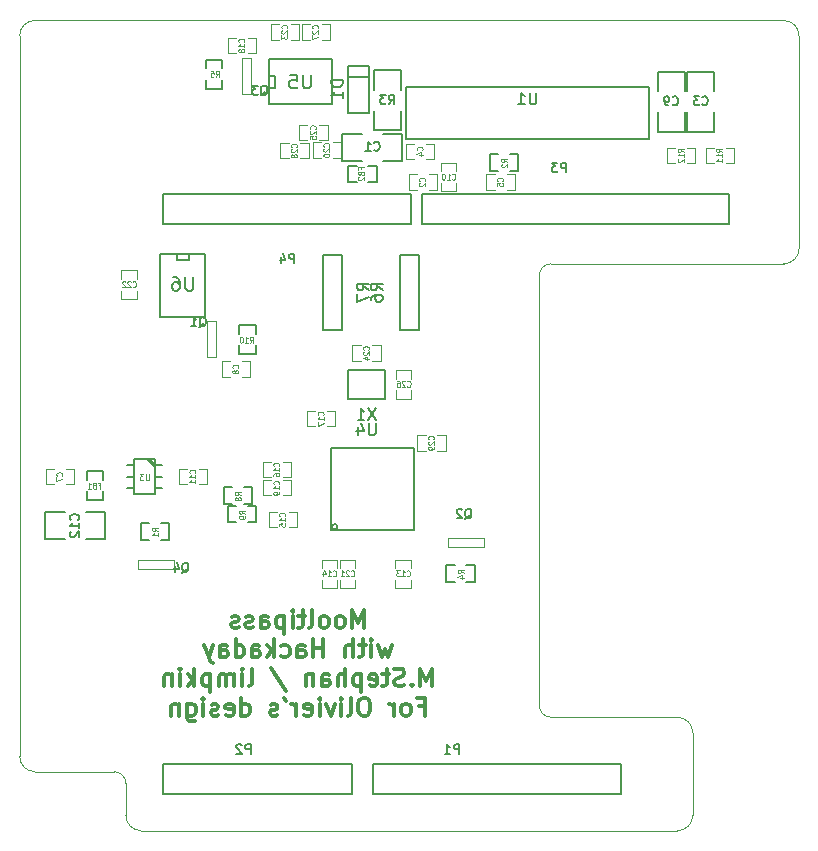
<source format=gbo>
G04 (created by PCBNEW (2013-07-07 BZR 4022)-stable) date 20/03/2014 14:12:02*
%MOIN*%
G04 Gerber Fmt 3.4, Leading zero omitted, Abs format*
%FSLAX34Y34*%
G01*
G70*
G90*
G04 APERTURE LIST*
%ADD10C,0.00590551*%
%ADD11C,0.0147638*%
%ADD12C,0.000393701*%
%ADD13C,0.0047*%
%ADD14C,0.005*%
%ADD15C,0.0045*%
%ADD16C,0.0039*%
%ADD17C,0.0051*%
%ADD18C,0.006*%
G04 APERTURE END LIST*
G54D10*
G54D11*
X53664Y-47325D02*
X53664Y-46735D01*
X53467Y-47156D01*
X53270Y-46735D01*
X53270Y-47325D01*
X52904Y-47325D02*
X52961Y-47297D01*
X52989Y-47269D01*
X53017Y-47213D01*
X53017Y-47044D01*
X52989Y-46988D01*
X52961Y-46960D01*
X52904Y-46931D01*
X52820Y-46931D01*
X52764Y-46960D01*
X52736Y-46988D01*
X52708Y-47044D01*
X52708Y-47213D01*
X52736Y-47269D01*
X52764Y-47297D01*
X52820Y-47325D01*
X52904Y-47325D01*
X52370Y-47325D02*
X52426Y-47297D01*
X52455Y-47269D01*
X52483Y-47213D01*
X52483Y-47044D01*
X52455Y-46988D01*
X52426Y-46960D01*
X52370Y-46931D01*
X52286Y-46931D01*
X52230Y-46960D01*
X52201Y-46988D01*
X52173Y-47044D01*
X52173Y-47213D01*
X52201Y-47269D01*
X52230Y-47297D01*
X52286Y-47325D01*
X52370Y-47325D01*
X51836Y-47325D02*
X51892Y-47297D01*
X51920Y-47241D01*
X51920Y-46735D01*
X51695Y-46931D02*
X51470Y-46931D01*
X51611Y-46735D02*
X51611Y-47241D01*
X51583Y-47297D01*
X51526Y-47325D01*
X51470Y-47325D01*
X51273Y-47325D02*
X51273Y-46931D01*
X51273Y-46735D02*
X51302Y-46763D01*
X51273Y-46791D01*
X51245Y-46763D01*
X51273Y-46735D01*
X51273Y-46791D01*
X50992Y-46931D02*
X50992Y-47522D01*
X50992Y-46960D02*
X50936Y-46931D01*
X50823Y-46931D01*
X50767Y-46960D01*
X50739Y-46988D01*
X50711Y-47044D01*
X50711Y-47213D01*
X50739Y-47269D01*
X50767Y-47297D01*
X50823Y-47325D01*
X50936Y-47325D01*
X50992Y-47297D01*
X50205Y-47325D02*
X50205Y-47016D01*
X50233Y-46960D01*
X50289Y-46931D01*
X50402Y-46931D01*
X50458Y-46960D01*
X50205Y-47297D02*
X50261Y-47325D01*
X50402Y-47325D01*
X50458Y-47297D01*
X50486Y-47241D01*
X50486Y-47185D01*
X50458Y-47128D01*
X50402Y-47100D01*
X50261Y-47100D01*
X50205Y-47072D01*
X49952Y-47297D02*
X49895Y-47325D01*
X49783Y-47325D01*
X49727Y-47297D01*
X49699Y-47241D01*
X49699Y-47213D01*
X49727Y-47156D01*
X49783Y-47128D01*
X49867Y-47128D01*
X49924Y-47100D01*
X49952Y-47044D01*
X49952Y-47016D01*
X49924Y-46960D01*
X49867Y-46931D01*
X49783Y-46931D01*
X49727Y-46960D01*
X49474Y-47297D02*
X49417Y-47325D01*
X49305Y-47325D01*
X49249Y-47297D01*
X49221Y-47241D01*
X49221Y-47213D01*
X49249Y-47156D01*
X49305Y-47128D01*
X49389Y-47128D01*
X49446Y-47100D01*
X49474Y-47044D01*
X49474Y-47016D01*
X49446Y-46960D01*
X49389Y-46931D01*
X49305Y-46931D01*
X49249Y-46960D01*
X54578Y-47906D02*
X54465Y-48300D01*
X54353Y-48018D01*
X54240Y-48300D01*
X54128Y-47906D01*
X53903Y-48300D02*
X53903Y-47906D01*
X53903Y-47709D02*
X53931Y-47737D01*
X53903Y-47765D01*
X53875Y-47737D01*
X53903Y-47709D01*
X53903Y-47765D01*
X53706Y-47906D02*
X53481Y-47906D01*
X53622Y-47709D02*
X53622Y-48215D01*
X53593Y-48271D01*
X53537Y-48300D01*
X53481Y-48300D01*
X53284Y-48300D02*
X53284Y-47709D01*
X53031Y-48300D02*
X53031Y-47990D01*
X53059Y-47934D01*
X53115Y-47906D01*
X53200Y-47906D01*
X53256Y-47934D01*
X53284Y-47962D01*
X52300Y-48300D02*
X52300Y-47709D01*
X52300Y-47990D02*
X51962Y-47990D01*
X51962Y-48300D02*
X51962Y-47709D01*
X51428Y-48300D02*
X51428Y-47990D01*
X51456Y-47934D01*
X51512Y-47906D01*
X51625Y-47906D01*
X51681Y-47934D01*
X51428Y-48271D02*
X51484Y-48300D01*
X51625Y-48300D01*
X51681Y-48271D01*
X51709Y-48215D01*
X51709Y-48159D01*
X51681Y-48103D01*
X51625Y-48075D01*
X51484Y-48075D01*
X51428Y-48046D01*
X50894Y-48271D02*
X50950Y-48300D01*
X51062Y-48300D01*
X51119Y-48271D01*
X51147Y-48243D01*
X51175Y-48187D01*
X51175Y-48018D01*
X51147Y-47962D01*
X51119Y-47934D01*
X51062Y-47906D01*
X50950Y-47906D01*
X50894Y-47934D01*
X50641Y-48300D02*
X50641Y-47709D01*
X50584Y-48075D02*
X50416Y-48300D01*
X50416Y-47906D02*
X50641Y-48131D01*
X49910Y-48300D02*
X49910Y-47990D01*
X49938Y-47934D01*
X49994Y-47906D01*
X50106Y-47906D01*
X50163Y-47934D01*
X49910Y-48271D02*
X49966Y-48300D01*
X50106Y-48300D01*
X50163Y-48271D01*
X50191Y-48215D01*
X50191Y-48159D01*
X50163Y-48103D01*
X50106Y-48075D01*
X49966Y-48075D01*
X49910Y-48046D01*
X49375Y-48300D02*
X49375Y-47709D01*
X49375Y-48271D02*
X49431Y-48300D01*
X49544Y-48300D01*
X49600Y-48271D01*
X49628Y-48243D01*
X49656Y-48187D01*
X49656Y-48018D01*
X49628Y-47962D01*
X49600Y-47934D01*
X49544Y-47906D01*
X49431Y-47906D01*
X49375Y-47934D01*
X48841Y-48300D02*
X48841Y-47990D01*
X48869Y-47934D01*
X48925Y-47906D01*
X49038Y-47906D01*
X49094Y-47934D01*
X48841Y-48271D02*
X48897Y-48300D01*
X49038Y-48300D01*
X49094Y-48271D01*
X49122Y-48215D01*
X49122Y-48159D01*
X49094Y-48103D01*
X49038Y-48075D01*
X48897Y-48075D01*
X48841Y-48046D01*
X48616Y-47906D02*
X48475Y-48300D01*
X48335Y-47906D02*
X48475Y-48300D01*
X48532Y-48440D01*
X48560Y-48468D01*
X48616Y-48496D01*
X55928Y-49274D02*
X55928Y-48683D01*
X55731Y-49105D01*
X55534Y-48683D01*
X55534Y-49274D01*
X55253Y-49218D02*
X55224Y-49246D01*
X55253Y-49274D01*
X55281Y-49246D01*
X55253Y-49218D01*
X55253Y-49274D01*
X55000Y-49246D02*
X54915Y-49274D01*
X54775Y-49274D01*
X54718Y-49246D01*
X54690Y-49218D01*
X54662Y-49161D01*
X54662Y-49105D01*
X54690Y-49049D01*
X54718Y-49021D01*
X54775Y-48993D01*
X54887Y-48965D01*
X54943Y-48937D01*
X54971Y-48908D01*
X55000Y-48852D01*
X55000Y-48796D01*
X54971Y-48740D01*
X54943Y-48712D01*
X54887Y-48683D01*
X54746Y-48683D01*
X54662Y-48712D01*
X54493Y-48880D02*
X54268Y-48880D01*
X54409Y-48683D02*
X54409Y-49190D01*
X54381Y-49246D01*
X54325Y-49274D01*
X54268Y-49274D01*
X53847Y-49246D02*
X53903Y-49274D01*
X54015Y-49274D01*
X54071Y-49246D01*
X54100Y-49190D01*
X54100Y-48965D01*
X54071Y-48908D01*
X54015Y-48880D01*
X53903Y-48880D01*
X53847Y-48908D01*
X53818Y-48965D01*
X53818Y-49021D01*
X54100Y-49077D01*
X53565Y-48880D02*
X53565Y-49471D01*
X53565Y-48908D02*
X53509Y-48880D01*
X53397Y-48880D01*
X53340Y-48908D01*
X53312Y-48937D01*
X53284Y-48993D01*
X53284Y-49161D01*
X53312Y-49218D01*
X53340Y-49246D01*
X53397Y-49274D01*
X53509Y-49274D01*
X53565Y-49246D01*
X53031Y-49274D02*
X53031Y-48683D01*
X52778Y-49274D02*
X52778Y-48965D01*
X52806Y-48908D01*
X52862Y-48880D01*
X52947Y-48880D01*
X53003Y-48908D01*
X53031Y-48937D01*
X52244Y-49274D02*
X52244Y-48965D01*
X52272Y-48908D01*
X52328Y-48880D01*
X52440Y-48880D01*
X52497Y-48908D01*
X52244Y-49246D02*
X52300Y-49274D01*
X52440Y-49274D01*
X52497Y-49246D01*
X52525Y-49190D01*
X52525Y-49133D01*
X52497Y-49077D01*
X52440Y-49049D01*
X52300Y-49049D01*
X52244Y-49021D01*
X51962Y-48880D02*
X51962Y-49274D01*
X51962Y-48937D02*
X51934Y-48908D01*
X51878Y-48880D01*
X51794Y-48880D01*
X51737Y-48908D01*
X51709Y-48965D01*
X51709Y-49274D01*
X50556Y-48655D02*
X51062Y-49415D01*
X49825Y-49274D02*
X49881Y-49246D01*
X49910Y-49190D01*
X49910Y-48683D01*
X49600Y-49274D02*
X49600Y-48880D01*
X49600Y-48683D02*
X49628Y-48712D01*
X49600Y-48740D01*
X49572Y-48712D01*
X49600Y-48683D01*
X49600Y-48740D01*
X49319Y-49274D02*
X49319Y-48880D01*
X49319Y-48937D02*
X49291Y-48908D01*
X49235Y-48880D01*
X49150Y-48880D01*
X49094Y-48908D01*
X49066Y-48965D01*
X49066Y-49274D01*
X49066Y-48965D02*
X49038Y-48908D01*
X48982Y-48880D01*
X48897Y-48880D01*
X48841Y-48908D01*
X48813Y-48965D01*
X48813Y-49274D01*
X48532Y-48880D02*
X48532Y-49471D01*
X48532Y-48908D02*
X48475Y-48880D01*
X48363Y-48880D01*
X48307Y-48908D01*
X48278Y-48937D01*
X48250Y-48993D01*
X48250Y-49161D01*
X48278Y-49218D01*
X48307Y-49246D01*
X48363Y-49274D01*
X48475Y-49274D01*
X48532Y-49246D01*
X47997Y-49274D02*
X47997Y-48683D01*
X47941Y-49049D02*
X47772Y-49274D01*
X47772Y-48880D02*
X47997Y-49105D01*
X47519Y-49274D02*
X47519Y-48880D01*
X47519Y-48683D02*
X47547Y-48712D01*
X47519Y-48740D01*
X47491Y-48712D01*
X47519Y-48683D01*
X47519Y-48740D01*
X47238Y-48880D02*
X47238Y-49274D01*
X47238Y-48937D02*
X47210Y-48908D01*
X47154Y-48880D01*
X47069Y-48880D01*
X47013Y-48908D01*
X46985Y-48965D01*
X46985Y-49274D01*
X55492Y-49939D02*
X55688Y-49939D01*
X55688Y-50248D02*
X55688Y-49658D01*
X55407Y-49658D01*
X55098Y-50248D02*
X55154Y-50220D01*
X55182Y-50192D01*
X55210Y-50136D01*
X55210Y-49967D01*
X55182Y-49911D01*
X55154Y-49883D01*
X55098Y-49855D01*
X55014Y-49855D01*
X54957Y-49883D01*
X54929Y-49911D01*
X54901Y-49967D01*
X54901Y-50136D01*
X54929Y-50192D01*
X54957Y-50220D01*
X55014Y-50248D01*
X55098Y-50248D01*
X54648Y-50248D02*
X54648Y-49855D01*
X54648Y-49967D02*
X54620Y-49911D01*
X54592Y-49883D01*
X54535Y-49855D01*
X54479Y-49855D01*
X53720Y-49658D02*
X53607Y-49658D01*
X53551Y-49686D01*
X53495Y-49742D01*
X53467Y-49855D01*
X53467Y-50052D01*
X53495Y-50164D01*
X53551Y-50220D01*
X53607Y-50248D01*
X53720Y-50248D01*
X53776Y-50220D01*
X53832Y-50164D01*
X53861Y-50052D01*
X53861Y-49855D01*
X53832Y-49742D01*
X53776Y-49686D01*
X53720Y-49658D01*
X53129Y-50248D02*
X53186Y-50220D01*
X53214Y-50164D01*
X53214Y-49658D01*
X52904Y-50248D02*
X52904Y-49855D01*
X52904Y-49658D02*
X52933Y-49686D01*
X52904Y-49714D01*
X52876Y-49686D01*
X52904Y-49658D01*
X52904Y-49714D01*
X52679Y-49855D02*
X52539Y-50248D01*
X52398Y-49855D01*
X52173Y-50248D02*
X52173Y-49855D01*
X52173Y-49658D02*
X52201Y-49686D01*
X52173Y-49714D01*
X52145Y-49686D01*
X52173Y-49658D01*
X52173Y-49714D01*
X51667Y-50220D02*
X51723Y-50248D01*
X51836Y-50248D01*
X51892Y-50220D01*
X51920Y-50164D01*
X51920Y-49939D01*
X51892Y-49883D01*
X51836Y-49855D01*
X51723Y-49855D01*
X51667Y-49883D01*
X51639Y-49939D01*
X51639Y-49995D01*
X51920Y-50052D01*
X51386Y-50248D02*
X51386Y-49855D01*
X51386Y-49967D02*
X51358Y-49911D01*
X51330Y-49883D01*
X51273Y-49855D01*
X51217Y-49855D01*
X50992Y-49658D02*
X51048Y-49770D01*
X50767Y-50220D02*
X50711Y-50248D01*
X50598Y-50248D01*
X50542Y-50220D01*
X50514Y-50164D01*
X50514Y-50136D01*
X50542Y-50080D01*
X50598Y-50052D01*
X50683Y-50052D01*
X50739Y-50023D01*
X50767Y-49967D01*
X50767Y-49939D01*
X50739Y-49883D01*
X50683Y-49855D01*
X50598Y-49855D01*
X50542Y-49883D01*
X49558Y-50248D02*
X49558Y-49658D01*
X49558Y-50220D02*
X49614Y-50248D01*
X49727Y-50248D01*
X49783Y-50220D01*
X49811Y-50192D01*
X49839Y-50136D01*
X49839Y-49967D01*
X49811Y-49911D01*
X49783Y-49883D01*
X49727Y-49855D01*
X49614Y-49855D01*
X49558Y-49883D01*
X49052Y-50220D02*
X49108Y-50248D01*
X49221Y-50248D01*
X49277Y-50220D01*
X49305Y-50164D01*
X49305Y-49939D01*
X49277Y-49883D01*
X49221Y-49855D01*
X49108Y-49855D01*
X49052Y-49883D01*
X49024Y-49939D01*
X49024Y-49995D01*
X49305Y-50052D01*
X48799Y-50220D02*
X48742Y-50248D01*
X48630Y-50248D01*
X48574Y-50220D01*
X48546Y-50164D01*
X48546Y-50136D01*
X48574Y-50080D01*
X48630Y-50052D01*
X48714Y-50052D01*
X48771Y-50023D01*
X48799Y-49967D01*
X48799Y-49939D01*
X48771Y-49883D01*
X48714Y-49855D01*
X48630Y-49855D01*
X48574Y-49883D01*
X48293Y-50248D02*
X48293Y-49855D01*
X48293Y-49658D02*
X48321Y-49686D01*
X48293Y-49714D01*
X48264Y-49686D01*
X48293Y-49658D01*
X48293Y-49714D01*
X47758Y-49855D02*
X47758Y-50333D01*
X47786Y-50389D01*
X47814Y-50417D01*
X47871Y-50445D01*
X47955Y-50445D01*
X48011Y-50417D01*
X47758Y-50220D02*
X47814Y-50248D01*
X47927Y-50248D01*
X47983Y-50220D01*
X48011Y-50192D01*
X48039Y-50136D01*
X48039Y-49967D01*
X48011Y-49911D01*
X47983Y-49883D01*
X47927Y-49855D01*
X47814Y-49855D01*
X47758Y-49883D01*
X47477Y-49855D02*
X47477Y-50248D01*
X47477Y-49911D02*
X47449Y-49883D01*
X47393Y-49855D01*
X47308Y-49855D01*
X47252Y-49883D01*
X47224Y-49939D01*
X47224Y-50248D01*
G54D12*
X42173Y-51606D02*
X42173Y-27590D01*
X42173Y-27590D02*
G75*
G02X42685Y-27078I511J0D01*
G74*
G01*
X45716Y-52511D02*
X45716Y-53574D01*
X42685Y-52118D02*
X45322Y-52118D01*
X67645Y-27078D02*
X42685Y-27078D01*
X68157Y-34677D02*
X68157Y-27590D01*
X59889Y-35188D02*
X67645Y-35188D01*
X59496Y-49913D02*
X59496Y-35582D01*
X64102Y-50307D02*
X59889Y-50307D01*
X64614Y-53574D02*
X64614Y-50818D01*
X46228Y-54086D02*
X64102Y-54086D01*
X45322Y-52118D02*
G75*
G02X45716Y-52511I0J-393D01*
G74*
G01*
X42685Y-52118D02*
G75*
G02X42173Y-51606I0J511D01*
G74*
G01*
X67645Y-27078D02*
G75*
G02X68157Y-27590I0J-511D01*
G74*
G01*
X68157Y-34678D02*
G75*
G02X67645Y-35188I-511J0D01*
G74*
G01*
X59496Y-35581D02*
G75*
G02X59889Y-35188I393J0D01*
G74*
G01*
X59889Y-50307D02*
G75*
G02X59496Y-49913I0J393D01*
G74*
G01*
X64103Y-50307D02*
G75*
G02X64614Y-50818I0J-511D01*
G74*
G01*
X64614Y-53575D02*
G75*
G02X64102Y-54086I-511J0D01*
G74*
G01*
X46227Y-54086D02*
G75*
G02X45716Y-53574I0J511D01*
G74*
G01*
G54D13*
X65708Y-31318D02*
X65983Y-31318D01*
X65314Y-31318D02*
X65039Y-31318D01*
X65708Y-31830D02*
X65983Y-31830D01*
X65039Y-31830D02*
X65314Y-31830D01*
X65983Y-31824D02*
X65983Y-31324D01*
X65039Y-31324D02*
X65039Y-31824D01*
X64035Y-31830D02*
X63760Y-31830D01*
X64429Y-31830D02*
X64704Y-31830D01*
X64035Y-31318D02*
X63760Y-31318D01*
X64704Y-31318D02*
X64429Y-31318D01*
X63760Y-31324D02*
X63760Y-31824D01*
X64704Y-31824D02*
X64704Y-31324D01*
G54D14*
X46495Y-44389D02*
X46217Y-44389D01*
X46217Y-44389D02*
X46217Y-43839D01*
X46217Y-43839D02*
X46495Y-43839D01*
X47167Y-44389D02*
X46889Y-44389D01*
X47167Y-44389D02*
X47167Y-43839D01*
X47167Y-43839D02*
X46889Y-43839D01*
G54D10*
X53110Y-39704D02*
X54370Y-39704D01*
X54370Y-39704D02*
X54370Y-38720D01*
X54370Y-38720D02*
X53110Y-38720D01*
X53110Y-38720D02*
X53110Y-39704D01*
G54D14*
X46673Y-42874D02*
X46673Y-41692D01*
X46673Y-41692D02*
X46003Y-41692D01*
X46003Y-41692D02*
X46003Y-42874D01*
X46003Y-42874D02*
X46673Y-42874D01*
X46672Y-41948D02*
X46417Y-41693D01*
X46672Y-41888D02*
X46477Y-41693D01*
X46000Y-42283D02*
X45740Y-42283D01*
X46000Y-42658D02*
X45740Y-42658D01*
X46000Y-41908D02*
X45740Y-41908D01*
X46676Y-42283D02*
X46936Y-42283D01*
X46676Y-42658D02*
X46936Y-42658D01*
X46676Y-41908D02*
X46936Y-41908D01*
G54D13*
X49574Y-28317D02*
X49574Y-29517D01*
X49574Y-29517D02*
X49874Y-29517D01*
X49874Y-29517D02*
X49874Y-28317D01*
X49874Y-28317D02*
X49574Y-28317D01*
X57666Y-44318D02*
X56466Y-44318D01*
X56466Y-44318D02*
X56466Y-44618D01*
X56466Y-44618D02*
X57666Y-44618D01*
X57666Y-44618D02*
X57666Y-44318D01*
X48712Y-38296D02*
X48712Y-37096D01*
X48712Y-37096D02*
X48412Y-37096D01*
X48412Y-37096D02*
X48412Y-38296D01*
X48412Y-38296D02*
X48712Y-38296D01*
G54D10*
X53818Y-28976D02*
X53110Y-28976D01*
X53818Y-30157D02*
X53110Y-30157D01*
X53110Y-30157D02*
X53110Y-28582D01*
X53110Y-28582D02*
X53818Y-28582D01*
X53818Y-28582D02*
X53818Y-30157D01*
G54D14*
X48318Y-34855D02*
X48368Y-34855D01*
X48368Y-34855D02*
X48368Y-36955D01*
X46868Y-36955D02*
X46868Y-34855D01*
X46868Y-34855D02*
X48318Y-34855D01*
X47418Y-34855D02*
X47418Y-35055D01*
X47418Y-35055D02*
X47818Y-35055D01*
X47818Y-35055D02*
X47818Y-34855D01*
X46868Y-36955D02*
X48368Y-36955D01*
X50485Y-28414D02*
X50485Y-28364D01*
X50485Y-28364D02*
X52585Y-28364D01*
X52585Y-29864D02*
X50485Y-29864D01*
X50485Y-29864D02*
X50485Y-28414D01*
X50485Y-29314D02*
X50685Y-29314D01*
X50685Y-29314D02*
X50685Y-28914D01*
X50685Y-28914D02*
X50485Y-28914D01*
X52585Y-29864D02*
X52585Y-28364D01*
X63447Y-28783D02*
X64347Y-28783D01*
X64347Y-28783D02*
X64347Y-29433D01*
X63447Y-30133D02*
X63447Y-30783D01*
X63447Y-30783D02*
X64347Y-30783D01*
X64347Y-30783D02*
X64347Y-30133D01*
X63447Y-29433D02*
X63447Y-28783D01*
X64431Y-28783D02*
X65331Y-28783D01*
X65331Y-28783D02*
X65331Y-29433D01*
X64431Y-30133D02*
X64431Y-30783D01*
X64431Y-30783D02*
X65331Y-30783D01*
X65331Y-30783D02*
X65331Y-30133D01*
X64431Y-29433D02*
X64431Y-28783D01*
X45035Y-43467D02*
X45035Y-44367D01*
X45035Y-44367D02*
X44385Y-44367D01*
X43685Y-43467D02*
X43035Y-43467D01*
X43035Y-43467D02*
X43035Y-44367D01*
X43035Y-44367D02*
X43685Y-44367D01*
X44385Y-43467D02*
X45035Y-43467D01*
X53979Y-28744D02*
X54879Y-28744D01*
X54879Y-28744D02*
X54879Y-29394D01*
X53979Y-30094D02*
X53979Y-30744D01*
X53979Y-30744D02*
X54879Y-30744D01*
X54879Y-30744D02*
X54879Y-30094D01*
X53979Y-29394D02*
X53979Y-28744D01*
X54937Y-30849D02*
X54937Y-31749D01*
X54937Y-31749D02*
X54287Y-31749D01*
X53587Y-30849D02*
X52937Y-30849D01*
X52937Y-30849D02*
X52937Y-31749D01*
X52937Y-31749D02*
X53587Y-31749D01*
X54287Y-30849D02*
X54937Y-30849D01*
X49251Y-43188D02*
X48973Y-43188D01*
X48973Y-43188D02*
X48973Y-42638D01*
X48973Y-42638D02*
X49251Y-42638D01*
X49923Y-43188D02*
X49645Y-43188D01*
X49923Y-43188D02*
X49923Y-42638D01*
X49923Y-42638D02*
X49645Y-42638D01*
X49389Y-43798D02*
X49111Y-43798D01*
X49111Y-43798D02*
X49111Y-43248D01*
X49111Y-43248D02*
X49389Y-43248D01*
X50061Y-43798D02*
X49783Y-43798D01*
X50061Y-43798D02*
X50061Y-43248D01*
X50061Y-43248D02*
X49783Y-43248D01*
X48936Y-29074D02*
X48936Y-29352D01*
X48936Y-29352D02*
X48386Y-29352D01*
X48386Y-29352D02*
X48386Y-29074D01*
X48936Y-28402D02*
X48936Y-28680D01*
X48936Y-28402D02*
X48386Y-28402D01*
X48386Y-28402D02*
X48386Y-28680D01*
X53799Y-31929D02*
X54077Y-31929D01*
X54077Y-31929D02*
X54077Y-32479D01*
X54077Y-32479D02*
X53799Y-32479D01*
X53127Y-31929D02*
X53405Y-31929D01*
X53127Y-31929D02*
X53127Y-32479D01*
X53127Y-32479D02*
X53405Y-32479D01*
X44410Y-42381D02*
X44410Y-42103D01*
X44410Y-42103D02*
X44960Y-42103D01*
X44960Y-42103D02*
X44960Y-42381D01*
X44410Y-43053D02*
X44410Y-42775D01*
X44410Y-43053D02*
X44960Y-43053D01*
X44960Y-43053D02*
X44960Y-42775D01*
X58129Y-32086D02*
X57851Y-32086D01*
X57851Y-32086D02*
X57851Y-31536D01*
X57851Y-31536D02*
X58129Y-31536D01*
X58801Y-32086D02*
X58523Y-32086D01*
X58801Y-32086D02*
X58801Y-31536D01*
X58801Y-31536D02*
X58523Y-31536D01*
X56673Y-45786D02*
X56395Y-45786D01*
X56395Y-45786D02*
X56395Y-45236D01*
X56395Y-45236D02*
X56673Y-45236D01*
X57345Y-45786D02*
X57067Y-45786D01*
X57345Y-45786D02*
X57345Y-45236D01*
X57345Y-45236D02*
X57067Y-45236D01*
X49488Y-37519D02*
X49488Y-37241D01*
X49488Y-37241D02*
X50038Y-37241D01*
X50038Y-37241D02*
X50038Y-37519D01*
X49488Y-38191D02*
X49488Y-37913D01*
X49488Y-38191D02*
X50038Y-38191D01*
X50038Y-38191D02*
X50038Y-37913D01*
G54D13*
X55216Y-45728D02*
X55216Y-46003D01*
X55216Y-45334D02*
X55216Y-45059D01*
X54704Y-45728D02*
X54704Y-46003D01*
X54704Y-45059D02*
X54704Y-45334D01*
X54710Y-46003D02*
X55210Y-46003D01*
X55210Y-45059D02*
X54710Y-45059D01*
X55708Y-41417D02*
X55433Y-41417D01*
X56102Y-41417D02*
X56377Y-41417D01*
X55708Y-40905D02*
X55433Y-40905D01*
X56377Y-40905D02*
X56102Y-40905D01*
X55433Y-40911D02*
X55433Y-41411D01*
X56377Y-41411D02*
X56377Y-40911D01*
X43326Y-42539D02*
X43051Y-42539D01*
X43720Y-42539D02*
X43995Y-42539D01*
X43326Y-42027D02*
X43051Y-42027D01*
X43995Y-42027D02*
X43720Y-42027D01*
X43051Y-42033D02*
X43051Y-42533D01*
X43995Y-42533D02*
X43995Y-42033D01*
X52027Y-40610D02*
X51752Y-40610D01*
X52421Y-40610D02*
X52696Y-40610D01*
X52027Y-40098D02*
X51752Y-40098D01*
X52696Y-40098D02*
X52421Y-40098D01*
X51752Y-40104D02*
X51752Y-40604D01*
X52696Y-40604D02*
X52696Y-40104D01*
X49783Y-27657D02*
X50058Y-27657D01*
X49389Y-27657D02*
X49114Y-27657D01*
X49783Y-28169D02*
X50058Y-28169D01*
X49114Y-28169D02*
X49389Y-28169D01*
X50058Y-28163D02*
X50058Y-27663D01*
X49114Y-27663D02*
X49114Y-28163D01*
X50551Y-42913D02*
X50276Y-42913D01*
X50945Y-42913D02*
X51220Y-42913D01*
X50551Y-42401D02*
X50276Y-42401D01*
X51220Y-42401D02*
X50945Y-42401D01*
X50276Y-42407D02*
X50276Y-42907D01*
X51220Y-42907D02*
X51220Y-42407D01*
X51771Y-31063D02*
X51496Y-31063D01*
X52165Y-31063D02*
X52440Y-31063D01*
X51771Y-30551D02*
X51496Y-30551D01*
X52440Y-30551D02*
X52165Y-30551D01*
X51496Y-30557D02*
X51496Y-31057D01*
X52440Y-31057D02*
X52440Y-30557D01*
X51141Y-31673D02*
X50866Y-31673D01*
X51535Y-31673D02*
X51810Y-31673D01*
X51141Y-31161D02*
X50866Y-31161D01*
X51810Y-31161D02*
X51535Y-31161D01*
X50866Y-31167D02*
X50866Y-31667D01*
X51810Y-31667D02*
X51810Y-31167D01*
X51850Y-27716D02*
X51575Y-27716D01*
X52244Y-27716D02*
X52519Y-27716D01*
X51850Y-27204D02*
X51575Y-27204D01*
X52519Y-27204D02*
X52244Y-27204D01*
X51575Y-27210D02*
X51575Y-27710D01*
X52519Y-27710D02*
X52519Y-27210D01*
X51220Y-27204D02*
X51495Y-27204D01*
X50826Y-27204D02*
X50551Y-27204D01*
X51220Y-27716D02*
X51495Y-27716D01*
X50551Y-27716D02*
X50826Y-27716D01*
X51495Y-27710D02*
X51495Y-27210D01*
X50551Y-27210D02*
X50551Y-27710D01*
X52618Y-31141D02*
X52893Y-31141D01*
X52224Y-31141D02*
X51949Y-31141D01*
X52618Y-31653D02*
X52893Y-31653D01*
X51949Y-31653D02*
X52224Y-31653D01*
X52893Y-31647D02*
X52893Y-31147D01*
X51949Y-31147D02*
X51949Y-31647D01*
X53366Y-45728D02*
X53366Y-46003D01*
X53366Y-45334D02*
X53366Y-45059D01*
X52854Y-45728D02*
X52854Y-46003D01*
X52854Y-45059D02*
X52854Y-45334D01*
X52860Y-46003D02*
X53360Y-46003D01*
X53360Y-45059D02*
X52860Y-45059D01*
X50747Y-43976D02*
X50472Y-43976D01*
X51141Y-43976D02*
X51416Y-43976D01*
X50747Y-43464D02*
X50472Y-43464D01*
X51416Y-43464D02*
X51141Y-43464D01*
X50472Y-43470D02*
X50472Y-43970D01*
X51416Y-43970D02*
X51416Y-43470D01*
X56732Y-32500D02*
X56732Y-32775D01*
X56732Y-32106D02*
X56732Y-31831D01*
X56220Y-32500D02*
X56220Y-32775D01*
X56220Y-31831D02*
X56220Y-32106D01*
X56226Y-32775D02*
X56726Y-32775D01*
X56726Y-31831D02*
X56226Y-31831D01*
X58405Y-32204D02*
X58680Y-32204D01*
X58011Y-32204D02*
X57736Y-32204D01*
X58405Y-32716D02*
X58680Y-32716D01*
X57736Y-32716D02*
X58011Y-32716D01*
X58680Y-32710D02*
X58680Y-32210D01*
X57736Y-32210D02*
X57736Y-32710D01*
X55413Y-32716D02*
X55138Y-32716D01*
X55807Y-32716D02*
X56082Y-32716D01*
X55413Y-32204D02*
X55138Y-32204D01*
X56082Y-32204D02*
X55807Y-32204D01*
X55138Y-32210D02*
X55138Y-32710D01*
X56082Y-32710D02*
X56082Y-32210D01*
X49586Y-38444D02*
X49861Y-38444D01*
X49192Y-38444D02*
X48917Y-38444D01*
X49586Y-38956D02*
X49861Y-38956D01*
X48917Y-38956D02*
X49192Y-38956D01*
X49861Y-38950D02*
X49861Y-38450D01*
X48917Y-38450D02*
X48917Y-38950D01*
X55334Y-31693D02*
X55059Y-31693D01*
X55728Y-31693D02*
X56003Y-31693D01*
X55334Y-31181D02*
X55059Y-31181D01*
X56003Y-31181D02*
X55728Y-31181D01*
X55059Y-31187D02*
X55059Y-31687D01*
X56003Y-31687D02*
X56003Y-31187D01*
X52756Y-45728D02*
X52756Y-46003D01*
X52756Y-45334D02*
X52756Y-45059D01*
X52244Y-45728D02*
X52244Y-46003D01*
X52244Y-45059D02*
X52244Y-45334D01*
X52250Y-46003D02*
X52750Y-46003D01*
X52750Y-45059D02*
X52250Y-45059D01*
X50551Y-42303D02*
X50276Y-42303D01*
X50945Y-42303D02*
X51220Y-42303D01*
X50551Y-41791D02*
X50276Y-41791D01*
X51220Y-41791D02*
X50945Y-41791D01*
X50276Y-41797D02*
X50276Y-42297D01*
X51220Y-42297D02*
X51220Y-41797D01*
X45570Y-35688D02*
X45570Y-35413D01*
X45570Y-36082D02*
X45570Y-36357D01*
X46082Y-35688D02*
X46082Y-35413D01*
X46082Y-36357D02*
X46082Y-36082D01*
X46076Y-35413D02*
X45576Y-35413D01*
X45576Y-36357D02*
X46076Y-36357D01*
X54724Y-39015D02*
X54724Y-38740D01*
X54724Y-39409D02*
X54724Y-39684D01*
X55236Y-39015D02*
X55236Y-38740D01*
X55236Y-39684D02*
X55236Y-39409D01*
X55230Y-38740D02*
X54730Y-38740D01*
X54730Y-39684D02*
X55230Y-39684D01*
X53937Y-37913D02*
X54212Y-37913D01*
X53543Y-37913D02*
X53268Y-37913D01*
X53937Y-38425D02*
X54212Y-38425D01*
X53268Y-38425D02*
X53543Y-38425D01*
X54212Y-38419D02*
X54212Y-37919D01*
X53268Y-37919D02*
X53268Y-38419D01*
X47755Y-42539D02*
X47480Y-42539D01*
X48149Y-42539D02*
X48424Y-42539D01*
X47755Y-42027D02*
X47480Y-42027D01*
X48424Y-42027D02*
X48149Y-42027D01*
X47480Y-42033D02*
X47480Y-42533D01*
X48424Y-42533D02*
X48424Y-42033D01*
G54D10*
X54862Y-37401D02*
X54862Y-34881D01*
X54862Y-34881D02*
X55492Y-34881D01*
X55492Y-34881D02*
X55492Y-37401D01*
X55492Y-37401D02*
X54862Y-37401D01*
X52913Y-34881D02*
X52913Y-37401D01*
X52913Y-37401D02*
X52283Y-37401D01*
X52283Y-37401D02*
X52283Y-34881D01*
X52283Y-34881D02*
X52913Y-34881D01*
X52765Y-43956D02*
G75*
G03X52765Y-43956I-88J0D01*
G74*
G01*
X52559Y-44074D02*
X55314Y-44074D01*
X55314Y-44074D02*
X55314Y-41318D01*
X55314Y-41318D02*
X52559Y-41318D01*
X52559Y-41318D02*
X52559Y-44074D01*
G54D13*
X47312Y-45066D02*
X46112Y-45066D01*
X46112Y-45066D02*
X46112Y-45366D01*
X46112Y-45366D02*
X47312Y-45366D01*
X47312Y-45366D02*
X47312Y-45066D01*
G54D10*
X55047Y-29283D02*
X55047Y-31015D01*
X55047Y-31015D02*
X63157Y-31015D01*
X63157Y-31015D02*
X63157Y-29283D01*
X63157Y-29283D02*
X55047Y-29283D01*
X62236Y-51877D02*
X53968Y-51877D01*
X53968Y-51877D02*
X53968Y-52862D01*
X53968Y-52862D02*
X62236Y-52862D01*
X62236Y-52862D02*
X62236Y-51877D01*
X65820Y-32877D02*
X55584Y-32877D01*
X55584Y-32877D02*
X55584Y-33862D01*
X55584Y-33862D02*
X65820Y-33862D01*
X65820Y-33862D02*
X65820Y-32877D01*
X53251Y-51877D02*
X46952Y-51877D01*
X46952Y-51877D02*
X46952Y-52862D01*
X46952Y-52862D02*
X53251Y-52862D01*
X53251Y-52862D02*
X53251Y-51877D01*
X55236Y-32877D02*
X46968Y-32877D01*
X46968Y-32877D02*
X46968Y-33862D01*
X46968Y-33862D02*
X55236Y-33862D01*
X55236Y-33862D02*
X55236Y-32877D01*
G54D15*
X65592Y-31459D02*
X65497Y-31399D01*
X65592Y-31356D02*
X65392Y-31356D01*
X65392Y-31424D01*
X65402Y-31441D01*
X65411Y-31450D01*
X65430Y-31459D01*
X65459Y-31459D01*
X65478Y-31450D01*
X65488Y-31441D01*
X65497Y-31424D01*
X65497Y-31356D01*
X65592Y-31630D02*
X65592Y-31527D01*
X65592Y-31579D02*
X65392Y-31579D01*
X65421Y-31561D01*
X65440Y-31544D01*
X65449Y-31527D01*
X65592Y-31801D02*
X65592Y-31699D01*
X65592Y-31750D02*
X65392Y-31750D01*
X65421Y-31733D01*
X65440Y-31716D01*
X65449Y-31699D01*
X64313Y-31459D02*
X64217Y-31399D01*
X64313Y-31356D02*
X64113Y-31356D01*
X64113Y-31424D01*
X64122Y-31441D01*
X64132Y-31450D01*
X64151Y-31459D01*
X64179Y-31459D01*
X64198Y-31450D01*
X64208Y-31441D01*
X64217Y-31424D01*
X64217Y-31356D01*
X64313Y-31630D02*
X64313Y-31527D01*
X64313Y-31579D02*
X64113Y-31579D01*
X64141Y-31561D01*
X64160Y-31544D01*
X64170Y-31527D01*
X64132Y-31699D02*
X64122Y-31707D01*
X64113Y-31724D01*
X64113Y-31767D01*
X64122Y-31784D01*
X64132Y-31793D01*
X64151Y-31801D01*
X64170Y-31801D01*
X64198Y-31793D01*
X64313Y-31690D01*
X64313Y-31801D01*
X46797Y-44109D02*
X46703Y-44049D01*
X46797Y-44006D02*
X46600Y-44006D01*
X46600Y-44074D01*
X46610Y-44092D01*
X46619Y-44100D01*
X46638Y-44109D01*
X46666Y-44109D01*
X46685Y-44100D01*
X46694Y-44092D01*
X46703Y-44074D01*
X46703Y-44006D01*
X46797Y-44280D02*
X46797Y-44177D01*
X46797Y-44229D02*
X46600Y-44229D01*
X46628Y-44212D01*
X46647Y-44194D01*
X46656Y-44177D01*
G54D10*
X54058Y-40001D02*
X53796Y-40395D01*
X53796Y-40001D02*
X54058Y-40395D01*
X53440Y-40395D02*
X53665Y-40395D01*
X53552Y-40395D02*
X53552Y-40001D01*
X53590Y-40058D01*
X53627Y-40095D01*
X53665Y-40114D01*
G54D16*
X46488Y-42205D02*
X46488Y-42365D01*
X46479Y-42383D01*
X46469Y-42393D01*
X46451Y-42402D01*
X46413Y-42402D01*
X46394Y-42393D01*
X46385Y-42383D01*
X46376Y-42365D01*
X46376Y-42205D01*
X46301Y-42205D02*
X46179Y-42205D01*
X46244Y-42280D01*
X46216Y-42280D01*
X46197Y-42290D01*
X46188Y-42299D01*
X46179Y-42318D01*
X46179Y-42365D01*
X46188Y-42383D01*
X46197Y-42393D01*
X46216Y-42402D01*
X46272Y-42402D01*
X46291Y-42393D01*
X46301Y-42383D01*
G54D17*
X50205Y-29579D02*
X50234Y-29564D01*
X50262Y-29536D01*
X50305Y-29493D01*
X50334Y-29479D01*
X50362Y-29479D01*
X50348Y-29550D02*
X50377Y-29536D01*
X50405Y-29507D01*
X50420Y-29450D01*
X50420Y-29350D01*
X50405Y-29293D01*
X50377Y-29264D01*
X50348Y-29250D01*
X50291Y-29250D01*
X50262Y-29264D01*
X50234Y-29293D01*
X50220Y-29350D01*
X50220Y-29450D01*
X50234Y-29507D01*
X50262Y-29536D01*
X50291Y-29550D01*
X50348Y-29550D01*
X50120Y-29250D02*
X49934Y-29250D01*
X50034Y-29364D01*
X49991Y-29364D01*
X49962Y-29379D01*
X49948Y-29393D01*
X49934Y-29421D01*
X49934Y-29493D01*
X49948Y-29521D01*
X49962Y-29536D01*
X49991Y-29550D01*
X50077Y-29550D01*
X50105Y-29536D01*
X50120Y-29521D01*
X57016Y-43693D02*
X57045Y-43679D01*
X57073Y-43650D01*
X57116Y-43607D01*
X57145Y-43593D01*
X57173Y-43593D01*
X57159Y-43664D02*
X57188Y-43650D01*
X57216Y-43621D01*
X57231Y-43564D01*
X57231Y-43464D01*
X57216Y-43407D01*
X57188Y-43379D01*
X57159Y-43364D01*
X57102Y-43364D01*
X57073Y-43379D01*
X57045Y-43407D01*
X57031Y-43464D01*
X57031Y-43564D01*
X57045Y-43621D01*
X57073Y-43650D01*
X57102Y-43664D01*
X57159Y-43664D01*
X56916Y-43393D02*
X56902Y-43379D01*
X56873Y-43364D01*
X56802Y-43364D01*
X56773Y-43379D01*
X56759Y-43393D01*
X56745Y-43421D01*
X56745Y-43450D01*
X56759Y-43493D01*
X56931Y-43664D01*
X56745Y-43664D01*
X48158Y-37295D02*
X48187Y-37281D01*
X48215Y-37252D01*
X48258Y-37209D01*
X48287Y-37195D01*
X48315Y-37195D01*
X48301Y-37267D02*
X48329Y-37252D01*
X48358Y-37224D01*
X48372Y-37167D01*
X48372Y-37067D01*
X48358Y-37009D01*
X48329Y-36981D01*
X48301Y-36967D01*
X48244Y-36967D01*
X48215Y-36981D01*
X48187Y-37009D01*
X48172Y-37067D01*
X48172Y-37167D01*
X48187Y-37224D01*
X48215Y-37252D01*
X48244Y-37267D01*
X48301Y-37267D01*
X47887Y-37267D02*
X48058Y-37267D01*
X47972Y-37267D02*
X47972Y-36967D01*
X48001Y-37009D01*
X48029Y-37038D01*
X48058Y-37052D01*
G54D10*
X52954Y-29079D02*
X52560Y-29079D01*
X52560Y-29173D01*
X52579Y-29229D01*
X52617Y-29266D01*
X52654Y-29285D01*
X52729Y-29304D01*
X52785Y-29304D01*
X52860Y-29285D01*
X52898Y-29266D01*
X52935Y-29229D01*
X52954Y-29173D01*
X52954Y-29079D01*
X52954Y-29679D02*
X52954Y-29454D01*
X52954Y-29566D02*
X52560Y-29566D01*
X52617Y-29529D01*
X52654Y-29491D01*
X52673Y-29454D01*
G54D18*
X47960Y-35637D02*
X47960Y-36001D01*
X47939Y-36044D01*
X47918Y-36066D01*
X47875Y-36087D01*
X47789Y-36087D01*
X47746Y-36066D01*
X47725Y-36044D01*
X47703Y-36001D01*
X47703Y-35637D01*
X47296Y-35637D02*
X47382Y-35637D01*
X47425Y-35659D01*
X47446Y-35680D01*
X47489Y-35744D01*
X47510Y-35830D01*
X47510Y-36001D01*
X47489Y-36044D01*
X47468Y-36066D01*
X47425Y-36087D01*
X47339Y-36087D01*
X47296Y-36066D01*
X47275Y-36044D01*
X47253Y-36001D01*
X47253Y-35894D01*
X47275Y-35851D01*
X47296Y-35830D01*
X47339Y-35809D01*
X47425Y-35809D01*
X47468Y-35830D01*
X47489Y-35851D01*
X47510Y-35894D01*
X51878Y-28885D02*
X51878Y-29249D01*
X51856Y-29292D01*
X51835Y-29314D01*
X51792Y-29335D01*
X51706Y-29335D01*
X51664Y-29314D01*
X51642Y-29292D01*
X51621Y-29249D01*
X51621Y-28885D01*
X51192Y-28885D02*
X51406Y-28885D01*
X51428Y-29099D01*
X51406Y-29078D01*
X51364Y-29057D01*
X51256Y-29057D01*
X51214Y-29078D01*
X51192Y-29099D01*
X51171Y-29142D01*
X51171Y-29249D01*
X51192Y-29292D01*
X51214Y-29314D01*
X51256Y-29335D01*
X51364Y-29335D01*
X51406Y-29314D01*
X51428Y-29292D01*
G54D14*
X63947Y-29876D02*
X63961Y-29890D01*
X64004Y-29904D01*
X64033Y-29904D01*
X64076Y-29890D01*
X64104Y-29862D01*
X64119Y-29833D01*
X64133Y-29776D01*
X64133Y-29733D01*
X64119Y-29676D01*
X64104Y-29647D01*
X64076Y-29619D01*
X64033Y-29604D01*
X64004Y-29604D01*
X63961Y-29619D01*
X63947Y-29633D01*
X63804Y-29904D02*
X63747Y-29904D01*
X63719Y-29890D01*
X63704Y-29876D01*
X63676Y-29833D01*
X63661Y-29776D01*
X63661Y-29662D01*
X63676Y-29633D01*
X63690Y-29619D01*
X63719Y-29604D01*
X63776Y-29604D01*
X63804Y-29619D01*
X63819Y-29633D01*
X63833Y-29662D01*
X63833Y-29733D01*
X63819Y-29762D01*
X63804Y-29776D01*
X63776Y-29790D01*
X63719Y-29790D01*
X63690Y-29776D01*
X63676Y-29762D01*
X63661Y-29733D01*
X64931Y-29876D02*
X64946Y-29890D01*
X64989Y-29904D01*
X65017Y-29904D01*
X65060Y-29890D01*
X65089Y-29862D01*
X65103Y-29833D01*
X65117Y-29776D01*
X65117Y-29733D01*
X65103Y-29676D01*
X65089Y-29647D01*
X65060Y-29619D01*
X65017Y-29604D01*
X64989Y-29604D01*
X64946Y-29619D01*
X64931Y-29633D01*
X64831Y-29604D02*
X64646Y-29604D01*
X64746Y-29719D01*
X64703Y-29719D01*
X64674Y-29733D01*
X64660Y-29747D01*
X64646Y-29776D01*
X64646Y-29847D01*
X64660Y-29876D01*
X64674Y-29890D01*
X64703Y-29904D01*
X64789Y-29904D01*
X64817Y-29890D01*
X64831Y-29876D01*
X44128Y-43724D02*
X44142Y-43710D01*
X44156Y-43667D01*
X44156Y-43638D01*
X44142Y-43595D01*
X44114Y-43567D01*
X44085Y-43553D01*
X44028Y-43538D01*
X43985Y-43538D01*
X43928Y-43553D01*
X43899Y-43567D01*
X43871Y-43595D01*
X43856Y-43638D01*
X43856Y-43667D01*
X43871Y-43710D01*
X43885Y-43724D01*
X44156Y-44010D02*
X44156Y-43838D01*
X44156Y-43924D02*
X43856Y-43924D01*
X43899Y-43895D01*
X43928Y-43867D01*
X43942Y-43838D01*
X43885Y-44124D02*
X43871Y-44138D01*
X43856Y-44167D01*
X43856Y-44238D01*
X43871Y-44267D01*
X43885Y-44281D01*
X43914Y-44295D01*
X43942Y-44295D01*
X43985Y-44281D01*
X44156Y-44110D01*
X44156Y-44295D01*
X54479Y-29865D02*
X54579Y-29722D01*
X54650Y-29865D02*
X54650Y-29565D01*
X54536Y-29565D01*
X54507Y-29579D01*
X54493Y-29594D01*
X54479Y-29622D01*
X54479Y-29665D01*
X54493Y-29694D01*
X54507Y-29708D01*
X54536Y-29722D01*
X54650Y-29722D01*
X54379Y-29565D02*
X54193Y-29565D01*
X54293Y-29679D01*
X54250Y-29679D01*
X54221Y-29694D01*
X54207Y-29708D01*
X54193Y-29736D01*
X54193Y-29808D01*
X54207Y-29836D01*
X54221Y-29851D01*
X54250Y-29865D01*
X54336Y-29865D01*
X54364Y-29851D01*
X54379Y-29836D01*
X53987Y-31392D02*
X54001Y-31406D01*
X54044Y-31420D01*
X54072Y-31420D01*
X54115Y-31406D01*
X54144Y-31377D01*
X54158Y-31349D01*
X54172Y-31292D01*
X54172Y-31249D01*
X54158Y-31192D01*
X54144Y-31163D01*
X54115Y-31134D01*
X54072Y-31120D01*
X54044Y-31120D01*
X54001Y-31134D01*
X53987Y-31149D01*
X53701Y-31420D02*
X53872Y-31420D01*
X53787Y-31420D02*
X53787Y-31120D01*
X53815Y-31163D01*
X53844Y-31192D01*
X53872Y-31206D01*
G54D15*
X49553Y-42908D02*
X49459Y-42848D01*
X49553Y-42805D02*
X49356Y-42805D01*
X49356Y-42874D01*
X49365Y-42891D01*
X49375Y-42899D01*
X49394Y-42908D01*
X49422Y-42908D01*
X49440Y-42899D01*
X49450Y-42891D01*
X49459Y-42874D01*
X49459Y-42805D01*
X49440Y-43011D02*
X49431Y-42994D01*
X49422Y-42985D01*
X49403Y-42976D01*
X49394Y-42976D01*
X49375Y-42985D01*
X49365Y-42994D01*
X49356Y-43011D01*
X49356Y-43045D01*
X49365Y-43062D01*
X49375Y-43071D01*
X49394Y-43079D01*
X49403Y-43079D01*
X49422Y-43071D01*
X49431Y-43062D01*
X49440Y-43045D01*
X49440Y-43011D01*
X49450Y-42994D01*
X49459Y-42985D01*
X49478Y-42976D01*
X49516Y-42976D01*
X49534Y-42985D01*
X49544Y-42994D01*
X49553Y-43011D01*
X49553Y-43045D01*
X49544Y-43062D01*
X49534Y-43071D01*
X49516Y-43079D01*
X49478Y-43079D01*
X49459Y-43071D01*
X49450Y-43062D01*
X49440Y-43045D01*
X49691Y-43518D02*
X49597Y-43458D01*
X49691Y-43415D02*
X49494Y-43415D01*
X49494Y-43484D01*
X49503Y-43501D01*
X49513Y-43510D01*
X49531Y-43518D01*
X49560Y-43518D01*
X49578Y-43510D01*
X49588Y-43501D01*
X49597Y-43484D01*
X49597Y-43415D01*
X49691Y-43604D02*
X49691Y-43638D01*
X49681Y-43655D01*
X49672Y-43664D01*
X49644Y-43681D01*
X49606Y-43690D01*
X49531Y-43690D01*
X49513Y-43681D01*
X49503Y-43672D01*
X49494Y-43655D01*
X49494Y-43621D01*
X49503Y-43604D01*
X49513Y-43595D01*
X49531Y-43587D01*
X49578Y-43587D01*
X49597Y-43595D01*
X49606Y-43604D01*
X49616Y-43621D01*
X49616Y-43655D01*
X49606Y-43672D01*
X49597Y-43681D01*
X49578Y-43690D01*
X48711Y-28957D02*
X48771Y-28863D01*
X48813Y-28957D02*
X48813Y-28760D01*
X48745Y-28760D01*
X48728Y-28770D01*
X48719Y-28779D01*
X48711Y-28798D01*
X48711Y-28826D01*
X48719Y-28845D01*
X48728Y-28854D01*
X48745Y-28863D01*
X48813Y-28863D01*
X48548Y-28760D02*
X48633Y-28760D01*
X48642Y-28854D01*
X48633Y-28845D01*
X48616Y-28835D01*
X48573Y-28835D01*
X48556Y-28845D01*
X48548Y-28854D01*
X48539Y-28873D01*
X48539Y-28920D01*
X48548Y-28938D01*
X48556Y-28948D01*
X48573Y-28957D01*
X48616Y-28957D01*
X48633Y-28948D01*
X48642Y-28938D01*
X53553Y-32029D02*
X53553Y-31969D01*
X53657Y-31969D02*
X53460Y-31969D01*
X53460Y-32055D01*
X53553Y-32184D02*
X53563Y-32209D01*
X53572Y-32218D01*
X53591Y-32226D01*
X53619Y-32226D01*
X53638Y-32218D01*
X53647Y-32209D01*
X53657Y-32192D01*
X53657Y-32124D01*
X53460Y-32124D01*
X53460Y-32184D01*
X53469Y-32201D01*
X53478Y-32209D01*
X53497Y-32218D01*
X53516Y-32218D01*
X53535Y-32209D01*
X53544Y-32201D01*
X53553Y-32184D01*
X53553Y-32124D01*
X53478Y-32295D02*
X53469Y-32304D01*
X53460Y-32321D01*
X53460Y-32364D01*
X53469Y-32381D01*
X53478Y-32389D01*
X53497Y-32398D01*
X53516Y-32398D01*
X53544Y-32389D01*
X53657Y-32286D01*
X53657Y-32398D01*
X44810Y-42580D02*
X44870Y-42580D01*
X44870Y-42683D02*
X44870Y-42486D01*
X44784Y-42486D01*
X44655Y-42580D02*
X44630Y-42589D01*
X44621Y-42599D01*
X44612Y-42617D01*
X44612Y-42645D01*
X44621Y-42664D01*
X44630Y-42674D01*
X44647Y-42683D01*
X44715Y-42683D01*
X44715Y-42486D01*
X44655Y-42486D01*
X44638Y-42495D01*
X44630Y-42505D01*
X44621Y-42524D01*
X44621Y-42542D01*
X44630Y-42561D01*
X44638Y-42570D01*
X44655Y-42580D01*
X44715Y-42580D01*
X44441Y-42683D02*
X44544Y-42683D01*
X44492Y-42683D02*
X44492Y-42486D01*
X44510Y-42514D01*
X44527Y-42533D01*
X44544Y-42542D01*
X58431Y-31806D02*
X58337Y-31746D01*
X58431Y-31703D02*
X58234Y-31703D01*
X58234Y-31771D01*
X58243Y-31788D01*
X58253Y-31797D01*
X58272Y-31806D01*
X58300Y-31806D01*
X58318Y-31797D01*
X58328Y-31788D01*
X58337Y-31771D01*
X58337Y-31703D01*
X58253Y-31874D02*
X58243Y-31883D01*
X58234Y-31900D01*
X58234Y-31943D01*
X58243Y-31960D01*
X58253Y-31968D01*
X58272Y-31977D01*
X58290Y-31977D01*
X58318Y-31968D01*
X58431Y-31866D01*
X58431Y-31977D01*
X56974Y-45506D02*
X56881Y-45446D01*
X56974Y-45403D02*
X56777Y-45403D01*
X56777Y-45472D01*
X56787Y-45489D01*
X56796Y-45498D01*
X56815Y-45506D01*
X56843Y-45506D01*
X56862Y-45498D01*
X56871Y-45489D01*
X56881Y-45472D01*
X56881Y-45403D01*
X56843Y-45661D02*
X56974Y-45661D01*
X56768Y-45618D02*
X56909Y-45575D01*
X56909Y-45686D01*
X49854Y-37821D02*
X49914Y-37727D01*
X49957Y-37821D02*
X49957Y-37624D01*
X49888Y-37624D01*
X49871Y-37633D01*
X49863Y-37643D01*
X49854Y-37661D01*
X49854Y-37689D01*
X49863Y-37708D01*
X49871Y-37718D01*
X49888Y-37727D01*
X49957Y-37727D01*
X49683Y-37821D02*
X49785Y-37821D01*
X49734Y-37821D02*
X49734Y-37624D01*
X49751Y-37652D01*
X49768Y-37671D01*
X49785Y-37680D01*
X49571Y-37624D02*
X49554Y-37624D01*
X49537Y-37633D01*
X49528Y-37643D01*
X49520Y-37661D01*
X49511Y-37699D01*
X49511Y-37746D01*
X49520Y-37783D01*
X49528Y-37802D01*
X49537Y-37811D01*
X49554Y-37821D01*
X49571Y-37821D01*
X49588Y-37811D01*
X49597Y-37802D01*
X49605Y-37783D01*
X49614Y-37746D01*
X49614Y-37699D01*
X49605Y-37661D01*
X49597Y-37643D01*
X49588Y-37633D01*
X49571Y-37624D01*
X55076Y-45593D02*
X55084Y-45602D01*
X55110Y-45612D01*
X55127Y-45612D01*
X55153Y-45602D01*
X55170Y-45583D01*
X55179Y-45564D01*
X55187Y-45526D01*
X55187Y-45498D01*
X55179Y-45460D01*
X55170Y-45441D01*
X55153Y-45421D01*
X55127Y-45412D01*
X55110Y-45412D01*
X55084Y-45421D01*
X55076Y-45431D01*
X54904Y-45612D02*
X55007Y-45612D01*
X54956Y-45612D02*
X54956Y-45412D01*
X54973Y-45441D01*
X54990Y-45460D01*
X55007Y-45469D01*
X54844Y-45412D02*
X54733Y-45412D01*
X54793Y-45488D01*
X54767Y-45488D01*
X54750Y-45498D01*
X54742Y-45507D01*
X54733Y-45526D01*
X54733Y-45574D01*
X54742Y-45593D01*
X54750Y-45602D01*
X54767Y-45612D01*
X54819Y-45612D01*
X54836Y-45602D01*
X54844Y-45593D01*
X55967Y-41045D02*
X55976Y-41037D01*
X55986Y-41011D01*
X55986Y-40994D01*
X55976Y-40968D01*
X55957Y-40951D01*
X55938Y-40942D01*
X55900Y-40934D01*
X55872Y-40934D01*
X55834Y-40942D01*
X55815Y-40951D01*
X55795Y-40968D01*
X55786Y-40994D01*
X55786Y-41011D01*
X55795Y-41037D01*
X55805Y-41045D01*
X55805Y-41114D02*
X55795Y-41122D01*
X55786Y-41139D01*
X55786Y-41182D01*
X55795Y-41199D01*
X55805Y-41208D01*
X55824Y-41217D01*
X55843Y-41217D01*
X55872Y-41208D01*
X55986Y-41105D01*
X55986Y-41217D01*
X55986Y-41302D02*
X55986Y-41337D01*
X55976Y-41354D01*
X55967Y-41362D01*
X55938Y-41379D01*
X55900Y-41388D01*
X55824Y-41388D01*
X55805Y-41379D01*
X55795Y-41371D01*
X55786Y-41354D01*
X55786Y-41319D01*
X55795Y-41302D01*
X55805Y-41294D01*
X55824Y-41285D01*
X55872Y-41285D01*
X55891Y-41294D01*
X55900Y-41302D01*
X55910Y-41319D01*
X55910Y-41354D01*
X55900Y-41371D01*
X55891Y-41379D01*
X55872Y-41388D01*
X43585Y-42253D02*
X43595Y-42244D01*
X43604Y-42219D01*
X43604Y-42202D01*
X43595Y-42176D01*
X43576Y-42159D01*
X43556Y-42150D01*
X43518Y-42142D01*
X43490Y-42142D01*
X43452Y-42150D01*
X43433Y-42159D01*
X43414Y-42176D01*
X43404Y-42202D01*
X43404Y-42219D01*
X43414Y-42244D01*
X43423Y-42253D01*
X43404Y-42313D02*
X43404Y-42433D01*
X43604Y-42356D01*
X52286Y-40238D02*
X52295Y-40230D01*
X52305Y-40204D01*
X52305Y-40187D01*
X52295Y-40161D01*
X52276Y-40144D01*
X52257Y-40135D01*
X52219Y-40127D01*
X52191Y-40127D01*
X52152Y-40135D01*
X52133Y-40144D01*
X52114Y-40161D01*
X52105Y-40187D01*
X52105Y-40204D01*
X52114Y-40230D01*
X52124Y-40238D01*
X52305Y-40410D02*
X52305Y-40307D01*
X52305Y-40358D02*
X52105Y-40358D01*
X52133Y-40341D01*
X52152Y-40324D01*
X52162Y-40307D01*
X52105Y-40470D02*
X52105Y-40590D01*
X52305Y-40512D01*
X49648Y-27797D02*
X49658Y-27789D01*
X49667Y-27763D01*
X49667Y-27746D01*
X49658Y-27720D01*
X49638Y-27703D01*
X49619Y-27694D01*
X49581Y-27686D01*
X49553Y-27686D01*
X49515Y-27694D01*
X49496Y-27703D01*
X49477Y-27720D01*
X49467Y-27746D01*
X49467Y-27763D01*
X49477Y-27789D01*
X49486Y-27797D01*
X49667Y-27969D02*
X49667Y-27866D01*
X49667Y-27917D02*
X49467Y-27917D01*
X49496Y-27900D01*
X49515Y-27883D01*
X49524Y-27866D01*
X49553Y-28071D02*
X49543Y-28054D01*
X49534Y-28046D01*
X49515Y-28037D01*
X49505Y-28037D01*
X49486Y-28046D01*
X49477Y-28054D01*
X49467Y-28071D01*
X49467Y-28106D01*
X49477Y-28123D01*
X49486Y-28131D01*
X49505Y-28140D01*
X49515Y-28140D01*
X49534Y-28131D01*
X49543Y-28123D01*
X49553Y-28106D01*
X49553Y-28071D01*
X49562Y-28054D01*
X49572Y-28046D01*
X49591Y-28037D01*
X49629Y-28037D01*
X49648Y-28046D01*
X49658Y-28054D01*
X49667Y-28071D01*
X49667Y-28106D01*
X49658Y-28123D01*
X49648Y-28131D01*
X49629Y-28140D01*
X49591Y-28140D01*
X49572Y-28131D01*
X49562Y-28123D01*
X49553Y-28106D01*
X50809Y-42541D02*
X50819Y-42533D01*
X50828Y-42507D01*
X50828Y-42490D01*
X50819Y-42464D01*
X50800Y-42447D01*
X50781Y-42438D01*
X50743Y-42430D01*
X50714Y-42430D01*
X50676Y-42438D01*
X50657Y-42447D01*
X50638Y-42464D01*
X50628Y-42490D01*
X50628Y-42507D01*
X50638Y-42533D01*
X50648Y-42541D01*
X50828Y-42713D02*
X50828Y-42610D01*
X50828Y-42661D02*
X50628Y-42661D01*
X50657Y-42644D01*
X50676Y-42627D01*
X50686Y-42610D01*
X50828Y-42798D02*
X50828Y-42833D01*
X50819Y-42850D01*
X50809Y-42858D01*
X50781Y-42876D01*
X50743Y-42884D01*
X50667Y-42884D01*
X50648Y-42876D01*
X50638Y-42867D01*
X50628Y-42850D01*
X50628Y-42816D01*
X50638Y-42798D01*
X50648Y-42790D01*
X50667Y-42781D01*
X50714Y-42781D01*
X50733Y-42790D01*
X50743Y-42798D01*
X50752Y-42816D01*
X50752Y-42850D01*
X50743Y-42867D01*
X50733Y-42876D01*
X50714Y-42884D01*
X52030Y-30691D02*
X52039Y-30682D01*
X52049Y-30657D01*
X52049Y-30639D01*
X52039Y-30614D01*
X52020Y-30597D01*
X52001Y-30588D01*
X51963Y-30579D01*
X51935Y-30579D01*
X51897Y-30588D01*
X51878Y-30597D01*
X51858Y-30614D01*
X51849Y-30639D01*
X51849Y-30657D01*
X51858Y-30682D01*
X51868Y-30691D01*
X51868Y-30759D02*
X51858Y-30768D01*
X51849Y-30785D01*
X51849Y-30828D01*
X51858Y-30845D01*
X51868Y-30854D01*
X51887Y-30862D01*
X51906Y-30862D01*
X51935Y-30854D01*
X52049Y-30751D01*
X52049Y-30862D01*
X51849Y-31025D02*
X51849Y-30939D01*
X51944Y-30931D01*
X51935Y-30939D01*
X51925Y-30957D01*
X51925Y-30999D01*
X51935Y-31017D01*
X51944Y-31025D01*
X51963Y-31034D01*
X52011Y-31034D01*
X52030Y-31025D01*
X52039Y-31017D01*
X52049Y-30999D01*
X52049Y-30957D01*
X52039Y-30939D01*
X52030Y-30931D01*
X51400Y-31301D02*
X51410Y-31293D01*
X51419Y-31267D01*
X51419Y-31250D01*
X51410Y-31224D01*
X51390Y-31207D01*
X51371Y-31198D01*
X51333Y-31190D01*
X51305Y-31190D01*
X51267Y-31198D01*
X51248Y-31207D01*
X51229Y-31224D01*
X51219Y-31250D01*
X51219Y-31267D01*
X51229Y-31293D01*
X51238Y-31301D01*
X51238Y-31370D02*
X51229Y-31378D01*
X51219Y-31395D01*
X51219Y-31438D01*
X51229Y-31455D01*
X51238Y-31464D01*
X51257Y-31473D01*
X51276Y-31473D01*
X51305Y-31464D01*
X51419Y-31361D01*
X51419Y-31473D01*
X51305Y-31575D02*
X51295Y-31558D01*
X51286Y-31550D01*
X51267Y-31541D01*
X51257Y-31541D01*
X51238Y-31550D01*
X51229Y-31558D01*
X51219Y-31575D01*
X51219Y-31610D01*
X51229Y-31627D01*
X51238Y-31635D01*
X51257Y-31644D01*
X51267Y-31644D01*
X51286Y-31635D01*
X51295Y-31627D01*
X51305Y-31610D01*
X51305Y-31575D01*
X51314Y-31558D01*
X51324Y-31550D01*
X51343Y-31541D01*
X51381Y-31541D01*
X51400Y-31550D01*
X51410Y-31558D01*
X51419Y-31575D01*
X51419Y-31610D01*
X51410Y-31627D01*
X51400Y-31635D01*
X51381Y-31644D01*
X51343Y-31644D01*
X51324Y-31635D01*
X51314Y-31627D01*
X51305Y-31610D01*
X52109Y-27344D02*
X52118Y-27336D01*
X52128Y-27310D01*
X52128Y-27293D01*
X52118Y-27267D01*
X52099Y-27250D01*
X52080Y-27242D01*
X52042Y-27233D01*
X52013Y-27233D01*
X51975Y-27242D01*
X51956Y-27250D01*
X51937Y-27267D01*
X51928Y-27293D01*
X51928Y-27310D01*
X51937Y-27336D01*
X51947Y-27344D01*
X51947Y-27413D02*
X51937Y-27422D01*
X51928Y-27439D01*
X51928Y-27482D01*
X51937Y-27499D01*
X51947Y-27507D01*
X51966Y-27516D01*
X51985Y-27516D01*
X52013Y-27507D01*
X52128Y-27404D01*
X52128Y-27516D01*
X51928Y-27576D02*
X51928Y-27696D01*
X52128Y-27619D01*
X51085Y-27344D02*
X51095Y-27336D01*
X51104Y-27310D01*
X51104Y-27293D01*
X51095Y-27267D01*
X51076Y-27250D01*
X51056Y-27242D01*
X51018Y-27233D01*
X50990Y-27233D01*
X50952Y-27242D01*
X50933Y-27250D01*
X50914Y-27267D01*
X50904Y-27293D01*
X50904Y-27310D01*
X50914Y-27336D01*
X50923Y-27344D01*
X50923Y-27413D02*
X50914Y-27422D01*
X50904Y-27439D01*
X50904Y-27482D01*
X50914Y-27499D01*
X50923Y-27507D01*
X50942Y-27516D01*
X50961Y-27516D01*
X50990Y-27507D01*
X51104Y-27404D01*
X51104Y-27516D01*
X50904Y-27576D02*
X50904Y-27687D01*
X50980Y-27627D01*
X50980Y-27653D01*
X50990Y-27670D01*
X50999Y-27679D01*
X51018Y-27687D01*
X51066Y-27687D01*
X51085Y-27679D01*
X51095Y-27670D01*
X51104Y-27653D01*
X51104Y-27602D01*
X51095Y-27584D01*
X51085Y-27576D01*
X52483Y-31281D02*
X52492Y-31273D01*
X52502Y-31247D01*
X52502Y-31230D01*
X52492Y-31204D01*
X52473Y-31187D01*
X52454Y-31179D01*
X52416Y-31170D01*
X52387Y-31170D01*
X52349Y-31179D01*
X52330Y-31187D01*
X52311Y-31204D01*
X52302Y-31230D01*
X52302Y-31247D01*
X52311Y-31273D01*
X52321Y-31281D01*
X52321Y-31350D02*
X52311Y-31359D01*
X52302Y-31376D01*
X52302Y-31419D01*
X52311Y-31436D01*
X52321Y-31444D01*
X52340Y-31453D01*
X52359Y-31453D01*
X52387Y-31444D01*
X52502Y-31341D01*
X52502Y-31453D01*
X52302Y-31564D02*
X52302Y-31581D01*
X52311Y-31599D01*
X52321Y-31607D01*
X52340Y-31616D01*
X52378Y-31624D01*
X52426Y-31624D01*
X52464Y-31616D01*
X52483Y-31607D01*
X52492Y-31599D01*
X52502Y-31581D01*
X52502Y-31564D01*
X52492Y-31547D01*
X52483Y-31539D01*
X52464Y-31530D01*
X52426Y-31521D01*
X52378Y-31521D01*
X52340Y-31530D01*
X52321Y-31539D01*
X52311Y-31547D01*
X52302Y-31564D01*
X53225Y-45593D02*
X53234Y-45602D01*
X53260Y-45612D01*
X53277Y-45612D01*
X53303Y-45602D01*
X53320Y-45583D01*
X53328Y-45564D01*
X53337Y-45526D01*
X53337Y-45498D01*
X53328Y-45460D01*
X53320Y-45441D01*
X53303Y-45421D01*
X53277Y-45412D01*
X53260Y-45412D01*
X53234Y-45421D01*
X53225Y-45431D01*
X53157Y-45431D02*
X53148Y-45421D01*
X53131Y-45412D01*
X53088Y-45412D01*
X53071Y-45421D01*
X53063Y-45431D01*
X53054Y-45450D01*
X53054Y-45469D01*
X53063Y-45498D01*
X53165Y-45612D01*
X53054Y-45612D01*
X52883Y-45612D02*
X52985Y-45612D01*
X52934Y-45612D02*
X52934Y-45412D01*
X52951Y-45441D01*
X52968Y-45460D01*
X52985Y-45469D01*
X51006Y-43604D02*
X51016Y-43596D01*
X51025Y-43570D01*
X51025Y-43553D01*
X51016Y-43527D01*
X50997Y-43510D01*
X50978Y-43501D01*
X50940Y-43493D01*
X50911Y-43493D01*
X50873Y-43501D01*
X50854Y-43510D01*
X50835Y-43527D01*
X50825Y-43553D01*
X50825Y-43570D01*
X50835Y-43596D01*
X50844Y-43604D01*
X51025Y-43776D02*
X51025Y-43673D01*
X51025Y-43724D02*
X50825Y-43724D01*
X50854Y-43707D01*
X50873Y-43690D01*
X50882Y-43673D01*
X50825Y-43939D02*
X50825Y-43853D01*
X50921Y-43844D01*
X50911Y-43853D01*
X50902Y-43870D01*
X50902Y-43913D01*
X50911Y-43930D01*
X50921Y-43939D01*
X50940Y-43947D01*
X50987Y-43947D01*
X51006Y-43939D01*
X51016Y-43930D01*
X51025Y-43913D01*
X51025Y-43870D01*
X51016Y-43853D01*
X51006Y-43844D01*
X56592Y-32365D02*
X56600Y-32374D01*
X56626Y-32384D01*
X56643Y-32384D01*
X56669Y-32374D01*
X56686Y-32355D01*
X56694Y-32336D01*
X56703Y-32298D01*
X56703Y-32269D01*
X56694Y-32231D01*
X56686Y-32212D01*
X56669Y-32193D01*
X56643Y-32184D01*
X56626Y-32184D01*
X56600Y-32193D01*
X56592Y-32203D01*
X56420Y-32384D02*
X56523Y-32384D01*
X56472Y-32384D02*
X56472Y-32184D01*
X56489Y-32212D01*
X56506Y-32231D01*
X56523Y-32241D01*
X56309Y-32184D02*
X56292Y-32184D01*
X56274Y-32193D01*
X56266Y-32203D01*
X56257Y-32222D01*
X56249Y-32260D01*
X56249Y-32307D01*
X56257Y-32346D01*
X56266Y-32365D01*
X56274Y-32374D01*
X56292Y-32384D01*
X56309Y-32384D01*
X56326Y-32374D01*
X56334Y-32365D01*
X56343Y-32346D01*
X56352Y-32307D01*
X56352Y-32260D01*
X56343Y-32222D01*
X56334Y-32203D01*
X56326Y-32193D01*
X56309Y-32184D01*
X58270Y-32430D02*
X58280Y-32422D01*
X58289Y-32396D01*
X58289Y-32379D01*
X58280Y-32353D01*
X58261Y-32336D01*
X58241Y-32327D01*
X58203Y-32319D01*
X58175Y-32319D01*
X58137Y-32327D01*
X58118Y-32336D01*
X58099Y-32353D01*
X58089Y-32379D01*
X58089Y-32396D01*
X58099Y-32422D01*
X58108Y-32430D01*
X58089Y-32593D02*
X58089Y-32507D01*
X58184Y-32499D01*
X58175Y-32507D01*
X58165Y-32524D01*
X58165Y-32567D01*
X58175Y-32584D01*
X58184Y-32593D01*
X58203Y-32602D01*
X58251Y-32602D01*
X58270Y-32593D01*
X58280Y-32584D01*
X58289Y-32567D01*
X58289Y-32524D01*
X58280Y-32507D01*
X58270Y-32499D01*
X55672Y-32430D02*
X55681Y-32422D01*
X55691Y-32396D01*
X55691Y-32379D01*
X55681Y-32353D01*
X55662Y-32336D01*
X55643Y-32327D01*
X55605Y-32319D01*
X55576Y-32319D01*
X55538Y-32327D01*
X55519Y-32336D01*
X55500Y-32353D01*
X55491Y-32379D01*
X55491Y-32396D01*
X55500Y-32422D01*
X55510Y-32430D01*
X55510Y-32499D02*
X55500Y-32507D01*
X55491Y-32524D01*
X55491Y-32567D01*
X55500Y-32584D01*
X55510Y-32593D01*
X55529Y-32602D01*
X55548Y-32602D01*
X55576Y-32593D01*
X55691Y-32490D01*
X55691Y-32602D01*
X49451Y-38670D02*
X49461Y-38662D01*
X49470Y-38636D01*
X49470Y-38619D01*
X49461Y-38593D01*
X49442Y-38576D01*
X49423Y-38567D01*
X49385Y-38559D01*
X49356Y-38559D01*
X49318Y-38567D01*
X49299Y-38576D01*
X49280Y-38593D01*
X49270Y-38619D01*
X49270Y-38636D01*
X49280Y-38662D01*
X49289Y-38670D01*
X49356Y-38773D02*
X49346Y-38756D01*
X49337Y-38747D01*
X49318Y-38739D01*
X49308Y-38739D01*
X49289Y-38747D01*
X49280Y-38756D01*
X49270Y-38773D01*
X49270Y-38807D01*
X49280Y-38825D01*
X49289Y-38833D01*
X49308Y-38842D01*
X49318Y-38842D01*
X49337Y-38833D01*
X49346Y-38825D01*
X49356Y-38807D01*
X49356Y-38773D01*
X49365Y-38756D01*
X49375Y-38747D01*
X49394Y-38739D01*
X49432Y-38739D01*
X49451Y-38747D01*
X49461Y-38756D01*
X49470Y-38773D01*
X49470Y-38807D01*
X49461Y-38825D01*
X49451Y-38833D01*
X49432Y-38842D01*
X49394Y-38842D01*
X49375Y-38833D01*
X49365Y-38825D01*
X49356Y-38807D01*
X55593Y-31407D02*
X55602Y-31398D01*
X55612Y-31372D01*
X55612Y-31355D01*
X55602Y-31329D01*
X55583Y-31312D01*
X55564Y-31304D01*
X55526Y-31295D01*
X55498Y-31295D01*
X55460Y-31304D01*
X55441Y-31312D01*
X55421Y-31329D01*
X55412Y-31355D01*
X55412Y-31372D01*
X55421Y-31398D01*
X55431Y-31407D01*
X55479Y-31561D02*
X55612Y-31561D01*
X55402Y-31518D02*
X55545Y-31475D01*
X55545Y-31587D01*
X52615Y-45593D02*
X52624Y-45602D01*
X52650Y-45612D01*
X52667Y-45612D01*
X52692Y-45602D01*
X52710Y-45583D01*
X52718Y-45564D01*
X52727Y-45526D01*
X52727Y-45498D01*
X52718Y-45460D01*
X52710Y-45441D01*
X52692Y-45421D01*
X52667Y-45412D01*
X52650Y-45412D01*
X52624Y-45421D01*
X52615Y-45431D01*
X52444Y-45612D02*
X52547Y-45612D01*
X52495Y-45612D02*
X52495Y-45412D01*
X52512Y-45441D01*
X52530Y-45460D01*
X52547Y-45469D01*
X52290Y-45479D02*
X52290Y-45612D01*
X52332Y-45402D02*
X52375Y-45545D01*
X52264Y-45545D01*
X50809Y-41931D02*
X50819Y-41922D01*
X50828Y-41897D01*
X50828Y-41880D01*
X50819Y-41854D01*
X50800Y-41837D01*
X50781Y-41828D01*
X50743Y-41820D01*
X50714Y-41820D01*
X50676Y-41828D01*
X50657Y-41837D01*
X50638Y-41854D01*
X50628Y-41880D01*
X50628Y-41897D01*
X50638Y-41922D01*
X50648Y-41931D01*
X50828Y-42102D02*
X50828Y-42000D01*
X50828Y-42051D02*
X50628Y-42051D01*
X50657Y-42034D01*
X50676Y-42017D01*
X50686Y-42000D01*
X50628Y-42257D02*
X50628Y-42222D01*
X50638Y-42205D01*
X50648Y-42197D01*
X50676Y-42180D01*
X50714Y-42171D01*
X50790Y-42171D01*
X50809Y-42180D01*
X50819Y-42188D01*
X50828Y-42205D01*
X50828Y-42240D01*
X50819Y-42257D01*
X50809Y-42265D01*
X50790Y-42274D01*
X50743Y-42274D01*
X50724Y-42265D01*
X50714Y-42257D01*
X50705Y-42240D01*
X50705Y-42205D01*
X50714Y-42188D01*
X50724Y-42180D01*
X50743Y-42171D01*
X45942Y-35947D02*
X45951Y-35957D01*
X45976Y-35966D01*
X45993Y-35966D01*
X46019Y-35957D01*
X46036Y-35938D01*
X46045Y-35919D01*
X46053Y-35881D01*
X46053Y-35852D01*
X46045Y-35814D01*
X46036Y-35795D01*
X46019Y-35776D01*
X45993Y-35766D01*
X45976Y-35766D01*
X45951Y-35776D01*
X45942Y-35785D01*
X45873Y-35785D02*
X45865Y-35776D01*
X45848Y-35766D01*
X45805Y-35766D01*
X45788Y-35776D01*
X45779Y-35785D01*
X45771Y-35804D01*
X45771Y-35823D01*
X45779Y-35852D01*
X45882Y-35966D01*
X45771Y-35966D01*
X45702Y-35785D02*
X45693Y-35776D01*
X45676Y-35766D01*
X45633Y-35766D01*
X45616Y-35776D01*
X45608Y-35785D01*
X45599Y-35804D01*
X45599Y-35823D01*
X45608Y-35852D01*
X45711Y-35966D01*
X45599Y-35966D01*
X55096Y-39274D02*
X55104Y-39284D01*
X55130Y-39293D01*
X55147Y-39293D01*
X55173Y-39284D01*
X55190Y-39264D01*
X55198Y-39245D01*
X55207Y-39207D01*
X55207Y-39179D01*
X55198Y-39141D01*
X55190Y-39122D01*
X55173Y-39103D01*
X55147Y-39093D01*
X55130Y-39093D01*
X55104Y-39103D01*
X55096Y-39112D01*
X55027Y-39112D02*
X55018Y-39103D01*
X55001Y-39093D01*
X54958Y-39093D01*
X54941Y-39103D01*
X54933Y-39112D01*
X54924Y-39131D01*
X54924Y-39150D01*
X54933Y-39179D01*
X55036Y-39293D01*
X54924Y-39293D01*
X54770Y-39093D02*
X54804Y-39093D01*
X54821Y-39103D01*
X54830Y-39112D01*
X54847Y-39141D01*
X54856Y-39179D01*
X54856Y-39255D01*
X54847Y-39274D01*
X54838Y-39284D01*
X54821Y-39293D01*
X54787Y-39293D01*
X54770Y-39284D01*
X54761Y-39274D01*
X54753Y-39255D01*
X54753Y-39207D01*
X54761Y-39188D01*
X54770Y-39179D01*
X54787Y-39169D01*
X54821Y-39169D01*
X54838Y-39179D01*
X54847Y-39188D01*
X54856Y-39207D01*
X53802Y-38053D02*
X53811Y-38045D01*
X53821Y-38019D01*
X53821Y-38002D01*
X53811Y-37976D01*
X53792Y-37959D01*
X53773Y-37950D01*
X53735Y-37942D01*
X53706Y-37942D01*
X53668Y-37950D01*
X53649Y-37959D01*
X53630Y-37976D01*
X53621Y-38002D01*
X53621Y-38019D01*
X53630Y-38045D01*
X53640Y-38053D01*
X53640Y-38122D02*
X53630Y-38130D01*
X53621Y-38147D01*
X53621Y-38190D01*
X53630Y-38207D01*
X53640Y-38216D01*
X53659Y-38225D01*
X53678Y-38225D01*
X53706Y-38216D01*
X53821Y-38113D01*
X53821Y-38225D01*
X53687Y-38379D02*
X53821Y-38379D01*
X53611Y-38336D02*
X53754Y-38293D01*
X53754Y-38405D01*
X48014Y-42167D02*
X48024Y-42159D01*
X48033Y-42133D01*
X48033Y-42116D01*
X48024Y-42090D01*
X48005Y-42073D01*
X47986Y-42064D01*
X47947Y-42056D01*
X47919Y-42056D01*
X47881Y-42064D01*
X47862Y-42073D01*
X47843Y-42090D01*
X47833Y-42116D01*
X47833Y-42133D01*
X47843Y-42159D01*
X47852Y-42167D01*
X48033Y-42339D02*
X48033Y-42236D01*
X48033Y-42287D02*
X47833Y-42287D01*
X47862Y-42270D01*
X47881Y-42253D01*
X47890Y-42236D01*
X48033Y-42510D02*
X48033Y-42407D01*
X48033Y-42459D02*
X47833Y-42459D01*
X47862Y-42442D01*
X47881Y-42424D01*
X47890Y-42407D01*
G54D10*
X54273Y-36076D02*
X54086Y-35944D01*
X54273Y-35851D02*
X53879Y-35851D01*
X53879Y-36001D01*
X53898Y-36038D01*
X53917Y-36057D01*
X53954Y-36076D01*
X54011Y-36076D01*
X54048Y-36057D01*
X54067Y-36038D01*
X54086Y-36001D01*
X54086Y-35851D01*
X53879Y-36413D02*
X53879Y-36338D01*
X53898Y-36301D01*
X53917Y-36282D01*
X53973Y-36244D01*
X54048Y-36226D01*
X54198Y-36226D01*
X54236Y-36244D01*
X54254Y-36263D01*
X54273Y-36301D01*
X54273Y-36376D01*
X54254Y-36413D01*
X54236Y-36432D01*
X54198Y-36451D01*
X54104Y-36451D01*
X54067Y-36432D01*
X54048Y-36413D01*
X54029Y-36376D01*
X54029Y-36301D01*
X54048Y-36263D01*
X54067Y-36244D01*
X54104Y-36226D01*
X53820Y-36076D02*
X53633Y-35944D01*
X53820Y-35851D02*
X53427Y-35851D01*
X53427Y-36001D01*
X53445Y-36038D01*
X53464Y-36057D01*
X53502Y-36076D01*
X53558Y-36076D01*
X53595Y-36057D01*
X53614Y-36038D01*
X53633Y-36001D01*
X53633Y-35851D01*
X53427Y-36207D02*
X53427Y-36469D01*
X53820Y-36301D01*
X54040Y-40513D02*
X54040Y-40832D01*
X54021Y-40869D01*
X54002Y-40888D01*
X53965Y-40907D01*
X53890Y-40907D01*
X53852Y-40888D01*
X53833Y-40869D01*
X53815Y-40832D01*
X53815Y-40513D01*
X53458Y-40644D02*
X53458Y-40907D01*
X53552Y-40494D02*
X53646Y-40776D01*
X53402Y-40776D01*
G54D17*
X47587Y-45484D02*
X47616Y-45470D01*
X47644Y-45441D01*
X47687Y-45398D01*
X47716Y-45384D01*
X47744Y-45384D01*
X47730Y-45456D02*
X47759Y-45441D01*
X47787Y-45413D01*
X47801Y-45356D01*
X47801Y-45256D01*
X47787Y-45198D01*
X47759Y-45170D01*
X47730Y-45156D01*
X47673Y-45156D01*
X47644Y-45170D01*
X47616Y-45198D01*
X47601Y-45256D01*
X47601Y-45356D01*
X47616Y-45413D01*
X47644Y-45441D01*
X47673Y-45456D01*
X47730Y-45456D01*
X47344Y-45256D02*
X47344Y-45456D01*
X47416Y-45141D02*
X47487Y-45356D01*
X47301Y-45356D01*
G54D10*
X59402Y-29482D02*
X59402Y-29800D01*
X59383Y-29838D01*
X59364Y-29857D01*
X59327Y-29875D01*
X59252Y-29875D01*
X59214Y-29857D01*
X59196Y-29838D01*
X59177Y-29800D01*
X59177Y-29482D01*
X58783Y-29875D02*
X59008Y-29875D01*
X58896Y-29875D02*
X58896Y-29482D01*
X58933Y-29538D01*
X58971Y-29575D01*
X59008Y-29594D01*
X56826Y-51525D02*
X56826Y-51210D01*
X56706Y-51210D01*
X56676Y-51225D01*
X56661Y-51240D01*
X56646Y-51270D01*
X56646Y-51315D01*
X56661Y-51345D01*
X56676Y-51360D01*
X56706Y-51375D01*
X56826Y-51375D01*
X56347Y-51525D02*
X56526Y-51525D01*
X56437Y-51525D02*
X56437Y-51210D01*
X56467Y-51255D01*
X56497Y-51285D01*
X56526Y-51300D01*
X60389Y-32135D02*
X60389Y-31820D01*
X60269Y-31820D01*
X60239Y-31835D01*
X60224Y-31850D01*
X60209Y-31880D01*
X60209Y-31925D01*
X60224Y-31955D01*
X60239Y-31970D01*
X60269Y-31985D01*
X60389Y-31985D01*
X60104Y-31820D02*
X59910Y-31820D01*
X60014Y-31940D01*
X59970Y-31940D01*
X59940Y-31955D01*
X59925Y-31970D01*
X59910Y-32000D01*
X59910Y-32075D01*
X59925Y-32105D01*
X59940Y-32120D01*
X59970Y-32135D01*
X60059Y-32135D01*
X60089Y-32120D01*
X60104Y-32105D01*
X49878Y-51525D02*
X49878Y-51210D01*
X49758Y-51210D01*
X49728Y-51225D01*
X49713Y-51240D01*
X49698Y-51270D01*
X49698Y-51315D01*
X49713Y-51345D01*
X49728Y-51360D01*
X49758Y-51375D01*
X49878Y-51375D01*
X49578Y-51240D02*
X49563Y-51225D01*
X49533Y-51210D01*
X49458Y-51210D01*
X49428Y-51225D01*
X49413Y-51240D01*
X49398Y-51270D01*
X49398Y-51300D01*
X49413Y-51345D01*
X49593Y-51525D01*
X49398Y-51525D01*
X51334Y-35170D02*
X51334Y-34855D01*
X51214Y-34855D01*
X51184Y-34870D01*
X51169Y-34885D01*
X51154Y-34915D01*
X51154Y-34960D01*
X51169Y-34990D01*
X51184Y-35005D01*
X51214Y-35020D01*
X51334Y-35020D01*
X50884Y-34960D02*
X50884Y-35170D01*
X50959Y-34840D02*
X51034Y-35065D01*
X50839Y-35065D01*
M02*

</source>
